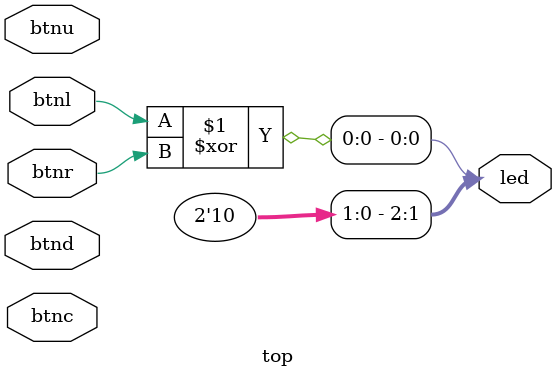
<source format=v>

module top
(
    input btnc,
    input btnu,
    input btnl,
    input btnr,
    input btnd,

    output [15:0] led
);

    assign led [0] = btnl ^ btnr;

    // Exercise: Change the code below.
    // Write the same for led [1] - logic operation AND 
    // Write the same for led [2] - logic operation OR

    assign led [1] = 1'b0;
    assign led [2] = 1'b1;

endmodule

</source>
